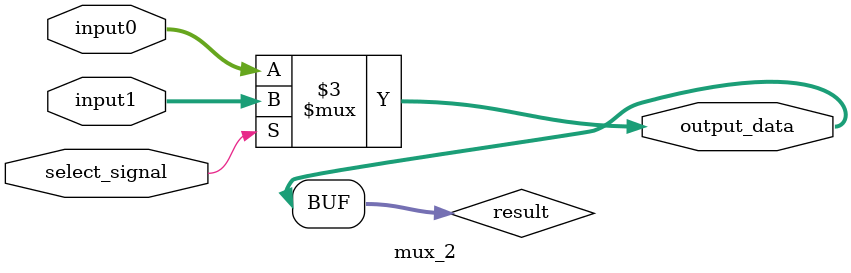
<source format=v>


module mux_2(
    input select_signal,
    input [31:0] input0,
    input [31:0] input1,
    output [31:0] output_data
    );

reg [31:0] result;
assign output_data = result;
always @ (*)
begin
    if(select_signal)   result = input1;
    else                result = input0;
end
endmodule

</source>
